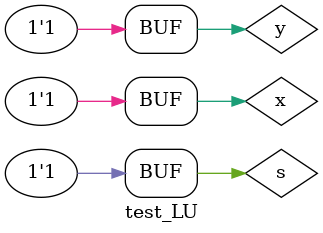
<source format=v>
module LU (output and_out, output nand_out, input a, input b);
    and AND1 (and_out, a, b);
    nand NAND1 (nand_out, a, b);
endmodule

module mux (output s, input a, input b, input select);
    wire not_select;
    wire sa;
    wire sb;
    
    not NOT1 (not_select, select);
    and AND1 (sa, a, not_select);
    and AND2 (sb, b, select);
    or OR1 (s, sa, sb);
endmodule

module test_LU;
reg x;
reg y;
reg s;
wire and_out;
wire nand_out;
wire z;

LU modulo (and_out, nand_out, x, y);
mux MUX1 (z, nand_out, and_out, s);

initial begin : main
    $display("Guia_0701 - Guilherme Soares Silva - 863485");
    x = 1'b0; y = 1'b1; s = 1'b0;
    
    #1 $monitor("%4b %4b %4b | %4b  %4b  | %4b", x, y, s, and_out, nand_out, z);
    
    #1 x = 1'b0; y = 1'b0; s = 1'b0;
    #1 x = 1'b1; y = 1'b0; s = 1'b0;
    #1 x = 1'b1; y = 1'b1; s = 1'b1;
    #1 s = 1'b1;
end

endmodule


</source>
